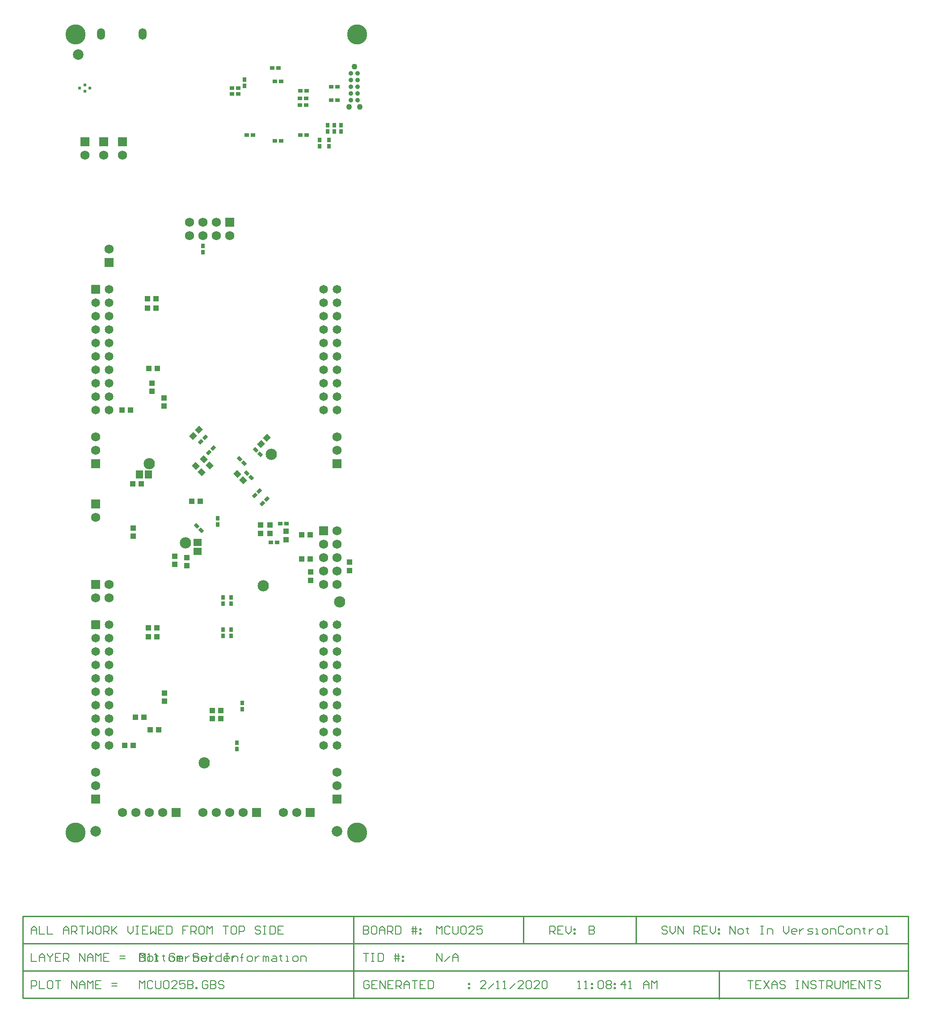
<source format=gbs>
G04*
G04 #@! TF.GenerationSoftware,Altium Limited,Altium Designer,18.1.9 (240)*
G04*
G04 Layer_Color=16711935*
%FSAX25Y25*%
%MOIN*%
G70*
G01*
G75*
%ADD11C,0.01000*%
%ADD18C,0.00800*%
%ADD76R,0.03550X0.02762*%
%ADD79R,0.02762X0.03550*%
%ADD86C,0.07874*%
%ADD96R,0.04140X0.04337*%
%ADD97R,0.04337X0.04140*%
G04:AMPARAMS|DCode=109|XSize=68.96mil|YSize=68.96mil|CornerRadius=3.95mil|HoleSize=0mil|Usage=FLASHONLY|Rotation=270.000|XOffset=0mil|YOffset=0mil|HoleType=Round|Shape=RoundedRectangle|*
%AMROUNDEDRECTD109*
21,1,0.06896,0.06106,0,0,270.0*
21,1,0.06106,0.06896,0,0,270.0*
1,1,0.00790,-0.03053,-0.03053*
1,1,0.00790,-0.03053,0.03053*
1,1,0.00790,0.03053,0.03053*
1,1,0.00790,0.03053,-0.03053*
%
%ADD109ROUNDEDRECTD109*%
%ADD110C,0.06896*%
%ADD111C,0.08400*%
%ADD112R,0.06896X0.06896*%
G04:AMPARAMS|DCode=113|XSize=68.96mil|YSize=68.96mil|CornerRadius=3.95mil|HoleSize=0mil|Usage=FLASHONLY|Rotation=180.000|XOffset=0mil|YOffset=0mil|HoleType=Round|Shape=RoundedRectangle|*
%AMROUNDEDRECTD113*
21,1,0.06896,0.06106,0,0,180.0*
21,1,0.06106,0.06896,0,0,180.0*
1,1,0.00790,-0.03053,0.03053*
1,1,0.00790,0.03053,0.03053*
1,1,0.00790,0.03053,-0.03053*
1,1,0.00790,-0.03053,-0.03053*
%
%ADD113ROUNDEDRECTD113*%
%ADD114R,0.06896X0.06896*%
%ADD115C,0.06502*%
G04:AMPARAMS|DCode=116|XSize=65.02mil|YSize=65.02mil|CornerRadius=3.83mil|HoleSize=0mil|Usage=FLASHONLY|Rotation=270.000|XOffset=0mil|YOffset=0mil|HoleType=Round|Shape=RoundedRectangle|*
%AMROUNDEDRECTD116*
21,1,0.06502,0.05736,0,0,270.0*
21,1,0.05736,0.06502,0,0,270.0*
1,1,0.00766,-0.02868,-0.02868*
1,1,0.00766,-0.02868,0.02868*
1,1,0.00766,0.02868,0.02868*
1,1,0.00766,0.02868,-0.02868*
%
%ADD116ROUNDEDRECTD116*%
%ADD117C,0.04300*%
G04:AMPARAMS|DCode=118|XSize=86.68mil|YSize=59.12mil|CornerRadius=29.56mil|HoleSize=0mil|Usage=FLASHONLY|Rotation=270.000|XOffset=0mil|YOffset=0mil|HoleType=Round|Shape=RoundedRectangle|*
%AMROUNDEDRECTD118*
21,1,0.08668,0.00000,0,0,270.0*
21,1,0.02756,0.05912,0,0,270.0*
1,1,0.05912,0.00000,-0.01378*
1,1,0.05912,0.00000,0.01378*
1,1,0.05912,0.00000,0.01378*
1,1,0.05912,0.00000,-0.01378*
%
%ADD118ROUNDEDRECTD118*%
%ADD119C,0.15000*%
%ADD120C,0.02368*%
%ADD147R,0.05518X0.06306*%
G04:AMPARAMS|DCode=148|XSize=41.4mil|YSize=43.37mil|CornerRadius=0mil|HoleSize=0mil|Usage=FLASHONLY|Rotation=135.000|XOffset=0mil|YOffset=0mil|HoleType=Round|Shape=Rectangle|*
%AMROTATEDRECTD148*
4,1,4,0.02997,0.00070,-0.00070,-0.02997,-0.02997,-0.00070,0.00070,0.02997,0.02997,0.00070,0.0*
%
%ADD148ROTATEDRECTD148*%

G04:AMPARAMS|DCode=149|XSize=27.62mil|YSize=35.5mil|CornerRadius=0mil|HoleSize=0mil|Usage=FLASHONLY|Rotation=225.000|XOffset=0mil|YOffset=0mil|HoleType=Round|Shape=Rectangle|*
%AMROTATEDRECTD149*
4,1,4,-0.00278,0.02232,0.02232,-0.00278,0.00278,-0.02232,-0.02232,0.00278,-0.00278,0.02232,0.0*
%
%ADD149ROTATEDRECTD149*%

G04:AMPARAMS|DCode=150|XSize=27.62mil|YSize=35.5mil|CornerRadius=0mil|HoleSize=0mil|Usage=FLASHONLY|Rotation=315.000|XOffset=0mil|YOffset=0mil|HoleType=Round|Shape=Rectangle|*
%AMROTATEDRECTD150*
4,1,4,-0.02232,-0.00278,0.00278,0.02232,0.02232,0.00278,-0.00278,-0.02232,-0.02232,-0.00278,0.0*
%
%ADD150ROTATEDRECTD150*%

G04:AMPARAMS|DCode=151|XSize=41.4mil|YSize=43.37mil|CornerRadius=0mil|HoleSize=0mil|Usage=FLASHONLY|Rotation=225.000|XOffset=0mil|YOffset=0mil|HoleType=Round|Shape=Rectangle|*
%AMROTATEDRECTD151*
4,1,4,-0.00070,0.02997,0.02997,-0.00070,0.00070,-0.02997,-0.02997,0.00070,-0.00070,0.02997,0.0*
%
%ADD151ROTATEDRECTD151*%

%ADD152C,0.03500*%
%ADD153R,0.06306X0.05518*%
G54D11*
X0559400Y0039400D02*
Y0059683D01*
X0440500Y0040050D02*
X0700200D01*
Y0101050D01*
X0286500Y0040050D02*
Y0101050D01*
X0040000Y0040050D02*
Y0101050D01*
X0040050Y0040050D02*
X0197600D01*
X0040050D02*
Y0101050D01*
X0700200D01*
X0040000Y0040050D02*
X0440500D01*
X0040000Y0060383D02*
X0700000D01*
X0040000Y0080717D02*
X0700200D01*
X0413200D02*
Y0101050D01*
X0497200Y0080717D02*
Y0101050D01*
G54D18*
X0126900Y0073549D02*
Y0067551D01*
X0129899D01*
X0130899Y0068550D01*
Y0069550D01*
X0129899Y0070550D01*
X0126900D01*
X0129899D01*
X0130899Y0071549D01*
Y0072549D01*
X0129899Y0073549D01*
X0126900D01*
X0133898Y0067551D02*
X0135897D01*
X0136897Y0068550D01*
Y0070550D01*
X0135897Y0071549D01*
X0133898D01*
X0132898Y0070550D01*
Y0068550D01*
X0133898Y0067551D01*
X0139896Y0072549D02*
Y0071549D01*
X0138896D01*
X0140895D01*
X0139896D01*
Y0068550D01*
X0140895Y0067551D01*
X0144894Y0072549D02*
Y0071549D01*
X0143895D01*
X0145894D01*
X0144894D01*
Y0068550D01*
X0145894Y0067551D01*
X0149893D02*
X0151892D01*
X0152892Y0068550D01*
Y0070550D01*
X0151892Y0071549D01*
X0149893D01*
X0148893Y0070550D01*
Y0068550D01*
X0149893Y0067551D01*
X0154891D02*
Y0071549D01*
X0155891D01*
X0156890Y0070550D01*
Y0067551D01*
Y0070550D01*
X0157890Y0071549D01*
X0158890Y0070550D01*
Y0067551D01*
X0170886Y0072549D02*
X0169886Y0073549D01*
X0167887D01*
X0166887Y0072549D01*
Y0071549D01*
X0167887Y0070550D01*
X0169886D01*
X0170886Y0069550D01*
Y0068550D01*
X0169886Y0067551D01*
X0167887D01*
X0166887Y0068550D01*
X0173885Y0067551D02*
X0175884D01*
X0176884Y0068550D01*
Y0070550D01*
X0175884Y0071549D01*
X0173885D01*
X0172885Y0070550D01*
Y0068550D01*
X0173885Y0067551D01*
X0178883D02*
X0180883D01*
X0179883D01*
Y0073549D01*
X0178883D01*
X0187880D02*
Y0067551D01*
X0184881D01*
X0183882Y0068550D01*
Y0070550D01*
X0184881Y0071549D01*
X0187880D01*
X0192879Y0067551D02*
X0190879D01*
X0189880Y0068550D01*
Y0070550D01*
X0190879Y0071549D01*
X0192879D01*
X0193878Y0070550D01*
Y0069550D01*
X0189880D01*
X0195878Y0071549D02*
Y0067551D01*
Y0069550D01*
X0196877Y0070550D01*
X0197877Y0071549D01*
X0198877D01*
X0127200Y0067400D02*
Y0073398D01*
X0129199Y0071399D01*
X0131199Y0073398D01*
Y0067400D01*
X0133198D02*
X0135197D01*
X0134198D01*
Y0073398D01*
X0133198Y0072398D01*
X0138196Y0067400D02*
X0140196D01*
X0139196D01*
Y0073398D01*
X0138196Y0072398D01*
X0153192D02*
X0152192Y0073398D01*
X0150193D01*
X0149193Y0072398D01*
Y0068400D01*
X0150193Y0067400D01*
X0152192D01*
X0153192Y0068400D01*
Y0070399D01*
X0151192D01*
X0158190Y0067400D02*
X0156191D01*
X0155191Y0068400D01*
Y0070399D01*
X0156191Y0071399D01*
X0158190D01*
X0159190Y0070399D01*
Y0069399D01*
X0155191D01*
X0161189Y0071399D02*
Y0067400D01*
Y0069399D01*
X0162189Y0070399D01*
X0163188Y0071399D01*
X0164188D01*
X0167187Y0073398D02*
Y0067400D01*
X0170186D01*
X0171186Y0068400D01*
Y0069399D01*
Y0070399D01*
X0170186Y0071399D01*
X0167187D01*
X0176184Y0067400D02*
X0174185D01*
X0173185Y0068400D01*
Y0070399D01*
X0174185Y0071399D01*
X0176184D01*
X0177184Y0070399D01*
Y0069399D01*
X0173185D01*
X0179183Y0071399D02*
Y0067400D01*
Y0069399D01*
X0180183Y0070399D01*
X0181183Y0071399D01*
X0182182D01*
X0191179Y0073398D02*
X0193179D01*
X0192179D01*
Y0067400D01*
X0191179D01*
X0193179D01*
X0196178D02*
Y0071399D01*
X0199177D01*
X0200176Y0070399D01*
Y0067400D01*
X0203175D02*
Y0072398D01*
Y0070399D01*
X0202176D01*
X0204175D01*
X0203175D01*
Y0072398D01*
X0204175Y0073398D01*
X0208174Y0067400D02*
X0210173D01*
X0211173Y0068400D01*
Y0070399D01*
X0210173Y0071399D01*
X0208174D01*
X0207174Y0070399D01*
Y0068400D01*
X0208174Y0067400D01*
X0213172Y0071399D02*
Y0067400D01*
Y0069399D01*
X0214172Y0070399D01*
X0215172Y0071399D01*
X0216171D01*
X0219170Y0067400D02*
Y0071399D01*
X0220170D01*
X0221170Y0070399D01*
Y0067400D01*
Y0070399D01*
X0222169Y0071399D01*
X0223169Y0070399D01*
Y0067400D01*
X0226168Y0071399D02*
X0228167D01*
X0229167Y0070399D01*
Y0067400D01*
X0226168D01*
X0225168Y0068400D01*
X0226168Y0069399D01*
X0229167D01*
X0232166Y0072398D02*
Y0071399D01*
X0231166D01*
X0233166D01*
X0232166D01*
Y0068400D01*
X0233166Y0067400D01*
X0236165D02*
X0238164D01*
X0237164D01*
Y0071399D01*
X0236165D01*
X0242163Y0067400D02*
X0244162D01*
X0245162Y0068400D01*
Y0070399D01*
X0244162Y0071399D01*
X0242163D01*
X0241163Y0070399D01*
Y0068400D01*
X0242163Y0067400D01*
X0247161D02*
Y0071399D01*
X0250160D01*
X0251160Y0070399D01*
Y0067400D01*
X0348550Y0067500D02*
Y0073498D01*
X0352549Y0067500D01*
Y0073498D01*
X0354548Y0067500D02*
X0358547Y0071499D01*
X0360546Y0067500D02*
Y0071499D01*
X0362545Y0073498D01*
X0364545Y0071499D01*
Y0067500D01*
Y0070499D01*
X0360546D01*
X0294000Y0073498D02*
X0297999D01*
X0295999D01*
Y0067500D01*
X0299998Y0073498D02*
X0301997D01*
X0300998D01*
Y0067500D01*
X0299998D01*
X0301997D01*
X0304996Y0073498D02*
Y0067500D01*
X0307996D01*
X0308995Y0068500D01*
Y0072498D01*
X0307996Y0073498D01*
X0304996D01*
X0317992Y0067500D02*
Y0073498D01*
X0319992D02*
Y0067500D01*
X0316993Y0071499D02*
X0319992D01*
X0320991D01*
X0316993Y0069499D02*
X0320991D01*
X0322991Y0071499D02*
X0323990D01*
Y0070499D01*
X0322991D01*
Y0071499D01*
Y0068500D02*
X0323990D01*
Y0067500D01*
X0322991D01*
Y0068500D01*
X0580500Y0052965D02*
X0584499D01*
X0582499D01*
Y0046966D01*
X0590497Y0052965D02*
X0586498D01*
Y0046966D01*
X0590497D01*
X0586498Y0049966D02*
X0588497D01*
X0592496Y0052965D02*
X0596495Y0046966D01*
Y0052965D02*
X0592496Y0046966D01*
X0598494D02*
Y0050965D01*
X0600493Y0052965D01*
X0602493Y0050965D01*
Y0046966D01*
Y0049966D01*
X0598494D01*
X0608491Y0051965D02*
X0607491Y0052965D01*
X0605492D01*
X0604492Y0051965D01*
Y0050965D01*
X0605492Y0049966D01*
X0607491D01*
X0608491Y0048966D01*
Y0047966D01*
X0607491Y0046966D01*
X0605492D01*
X0604492Y0047966D01*
X0616488Y0052965D02*
X0618488D01*
X0617488D01*
Y0046966D01*
X0616488D01*
X0618488D01*
X0621487D02*
Y0052965D01*
X0625486Y0046966D01*
Y0052965D01*
X0631484Y0051965D02*
X0630484Y0052965D01*
X0628484D01*
X0627485Y0051965D01*
Y0050965D01*
X0628484Y0049966D01*
X0630484D01*
X0631484Y0048966D01*
Y0047966D01*
X0630484Y0046966D01*
X0628484D01*
X0627485Y0047966D01*
X0633483Y0052965D02*
X0637482D01*
X0635482D01*
Y0046966D01*
X0639481D02*
Y0052965D01*
X0642480D01*
X0643480Y0051965D01*
Y0049966D01*
X0642480Y0048966D01*
X0639481D01*
X0641480D02*
X0643480Y0046966D01*
X0645479Y0052965D02*
Y0047966D01*
X0646479Y0046966D01*
X0648478D01*
X0649478Y0047966D01*
Y0052965D01*
X0651477Y0046966D02*
Y0052965D01*
X0653476Y0050965D01*
X0655476Y0052965D01*
Y0046966D01*
X0661474Y0052965D02*
X0657475D01*
Y0046966D01*
X0661474D01*
X0657475Y0049966D02*
X0659474D01*
X0663473Y0046966D02*
Y0052965D01*
X0667472Y0046966D01*
Y0052965D01*
X0669471D02*
X0673470D01*
X0671471D01*
Y0046966D01*
X0679468Y0051965D02*
X0678468Y0052965D01*
X0676469D01*
X0675469Y0051965D01*
Y0050965D01*
X0676469Y0049966D01*
X0678468D01*
X0679468Y0048966D01*
Y0047966D01*
X0678468Y0046966D01*
X0676469D01*
X0675469Y0047966D01*
X0454050Y0046966D02*
X0456049D01*
X0455050D01*
Y0052965D01*
X0454050Y0051965D01*
X0459048Y0046966D02*
X0461048D01*
X0460048D01*
Y0052965D01*
X0459048Y0051965D01*
X0464047Y0050965D02*
X0465046D01*
Y0049966D01*
X0464047D01*
Y0050965D01*
Y0047966D02*
X0465046D01*
Y0046966D01*
X0464047D01*
Y0047966D01*
X0469045Y0051965D02*
X0470045Y0052965D01*
X0472044D01*
X0473044Y0051965D01*
Y0047966D01*
X0472044Y0046966D01*
X0470045D01*
X0469045Y0047966D01*
Y0051965D01*
X0475043D02*
X0476043Y0052965D01*
X0478042D01*
X0479042Y0051965D01*
Y0050965D01*
X0478042Y0049966D01*
X0479042Y0048966D01*
Y0047966D01*
X0478042Y0046966D01*
X0476043D01*
X0475043Y0047966D01*
Y0048966D01*
X0476043Y0049966D01*
X0475043Y0050965D01*
Y0051965D01*
X0476043Y0049966D02*
X0478042D01*
X0481041Y0050965D02*
X0482041D01*
Y0049966D01*
X0481041D01*
Y0050965D01*
Y0047966D02*
X0482041D01*
Y0046966D01*
X0481041D01*
Y0047966D01*
X0489039Y0046966D02*
Y0052965D01*
X0486040Y0049966D01*
X0490038D01*
X0492038Y0046966D02*
X0494037D01*
X0493037D01*
Y0052965D01*
X0492038Y0051965D01*
X0503034Y0046966D02*
Y0050965D01*
X0505033Y0052965D01*
X0507033Y0050965D01*
Y0046966D01*
Y0049966D01*
X0503034D01*
X0509032Y0046966D02*
Y0052965D01*
X0511031Y0050965D01*
X0513031Y0052965D01*
Y0046966D01*
X0046350D02*
Y0052965D01*
X0049349D01*
X0050349Y0051965D01*
Y0049966D01*
X0049349Y0048966D01*
X0046350D01*
X0052348Y0052965D02*
Y0046966D01*
X0056347D01*
X0061345Y0052965D02*
X0059346D01*
X0058346Y0051965D01*
Y0047966D01*
X0059346Y0046966D01*
X0061345D01*
X0062345Y0047966D01*
Y0051965D01*
X0061345Y0052965D01*
X0064344D02*
X0068343D01*
X0066343D01*
Y0046966D01*
X0076340D02*
Y0052965D01*
X0080339Y0046966D01*
Y0052965D01*
X0082338Y0046966D02*
Y0050965D01*
X0084338Y0052965D01*
X0086337Y0050965D01*
Y0046966D01*
Y0049966D01*
X0082338D01*
X0088336Y0046966D02*
Y0052965D01*
X0090336Y0050965D01*
X0092335Y0052965D01*
Y0046966D01*
X0098333Y0052965D02*
X0094335D01*
Y0046966D01*
X0098333D01*
X0094335Y0049966D02*
X0096334D01*
X0106331Y0048966D02*
X0110329D01*
X0106331Y0050965D02*
X0110329D01*
X0046350Y0073549D02*
Y0067551D01*
X0050349D01*
X0052348D02*
Y0071549D01*
X0054347Y0073549D01*
X0056347Y0071549D01*
Y0067551D01*
Y0070550D01*
X0052348D01*
X0058346Y0073549D02*
Y0072549D01*
X0060346Y0070550D01*
X0062345Y0072549D01*
Y0073549D01*
X0060346Y0070550D02*
Y0067551D01*
X0068343Y0073549D02*
X0064344D01*
Y0067551D01*
X0068343D01*
X0064344Y0070550D02*
X0066343D01*
X0070342Y0067551D02*
Y0073549D01*
X0073341D01*
X0074341Y0072549D01*
Y0070550D01*
X0073341Y0069550D01*
X0070342D01*
X0072342D02*
X0074341Y0067551D01*
X0082338D02*
Y0073549D01*
X0086337Y0067551D01*
Y0073549D01*
X0088336Y0067551D02*
Y0071549D01*
X0090336Y0073549D01*
X0092335Y0071549D01*
Y0067551D01*
Y0070550D01*
X0088336D01*
X0094335Y0067551D02*
Y0073549D01*
X0096334Y0071549D01*
X0098333Y0073549D01*
Y0067551D01*
X0104331Y0073549D02*
X0100332D01*
Y0067551D01*
X0104331D01*
X0100332Y0070550D02*
X0102332D01*
X0112329Y0069550D02*
X0116327D01*
X0112329Y0071549D02*
X0116327D01*
X0294000Y0093831D02*
Y0087833D01*
X0296999D01*
X0297999Y0088833D01*
Y0089833D01*
X0296999Y0090832D01*
X0294000D01*
X0296999D01*
X0297999Y0091832D01*
Y0092832D01*
X0296999Y0093831D01*
X0294000D01*
X0302997D02*
X0300998D01*
X0299998Y0092832D01*
Y0088833D01*
X0300998Y0087833D01*
X0302997D01*
X0303997Y0088833D01*
Y0092832D01*
X0302997Y0093831D01*
X0305996Y0087833D02*
Y0091832D01*
X0307996Y0093831D01*
X0309995Y0091832D01*
Y0087833D01*
Y0090832D01*
X0305996D01*
X0311994Y0087833D02*
Y0093831D01*
X0314993D01*
X0315993Y0092832D01*
Y0090832D01*
X0314993Y0089833D01*
X0311994D01*
X0313994D02*
X0315993Y0087833D01*
X0317992Y0093831D02*
Y0087833D01*
X0320991D01*
X0321991Y0088833D01*
Y0092832D01*
X0320991Y0093831D01*
X0317992D01*
X0330988Y0087833D02*
Y0093831D01*
X0332987D02*
Y0087833D01*
X0329988Y0091832D02*
X0332987D01*
X0333987D01*
X0329988Y0089833D02*
X0333987D01*
X0335986Y0091832D02*
X0336986D01*
Y0090832D01*
X0335986D01*
Y0091832D01*
Y0088833D02*
X0336986D01*
Y0087833D01*
X0335986D01*
Y0088833D01*
X0348550Y0087833D02*
Y0093831D01*
X0350549Y0091832D01*
X0352549Y0093831D01*
Y0087833D01*
X0358547Y0092832D02*
X0357547Y0093831D01*
X0355548D01*
X0354548Y0092832D01*
Y0088833D01*
X0355548Y0087833D01*
X0357547D01*
X0358547Y0088833D01*
X0360546Y0093831D02*
Y0088833D01*
X0361546Y0087833D01*
X0363545D01*
X0364545Y0088833D01*
Y0093831D01*
X0366544Y0092832D02*
X0367544Y0093831D01*
X0369543D01*
X0370543Y0092832D01*
Y0088833D01*
X0369543Y0087833D01*
X0367544D01*
X0366544Y0088833D01*
Y0092832D01*
X0376541Y0087833D02*
X0372542D01*
X0376541Y0091832D01*
Y0092832D01*
X0375541Y0093831D01*
X0373542D01*
X0372542Y0092832D01*
X0382539Y0093831D02*
X0378540D01*
Y0090832D01*
X0380540Y0091832D01*
X0381539D01*
X0382539Y0090832D01*
Y0088833D01*
X0381539Y0087833D01*
X0379540D01*
X0378540Y0088833D01*
X0462150Y0093831D02*
Y0087833D01*
X0465149D01*
X0466149Y0088833D01*
Y0089833D01*
X0465149Y0090832D01*
X0462150D01*
X0465149D01*
X0466149Y0091832D01*
Y0092832D01*
X0465149Y0093831D01*
X0462150D01*
X0046350Y0087833D02*
Y0091832D01*
X0048349Y0093831D01*
X0050349Y0091832D01*
Y0087833D01*
Y0090832D01*
X0046350D01*
X0052348Y0093831D02*
Y0087833D01*
X0056347D01*
X0058346Y0093831D02*
Y0087833D01*
X0062345D01*
X0070342D02*
Y0091832D01*
X0072342Y0093831D01*
X0074341Y0091832D01*
Y0087833D01*
Y0090832D01*
X0070342D01*
X0076340Y0087833D02*
Y0093831D01*
X0079339D01*
X0080339Y0092832D01*
Y0090832D01*
X0079339Y0089833D01*
X0076340D01*
X0078340D02*
X0080339Y0087833D01*
X0082338Y0093831D02*
X0086337D01*
X0084338D01*
Y0087833D01*
X0088336Y0093831D02*
Y0087833D01*
X0090336Y0089833D01*
X0092335Y0087833D01*
Y0093831D01*
X0097334D02*
X0095334D01*
X0094335Y0092832D01*
Y0088833D01*
X0095334Y0087833D01*
X0097334D01*
X0098333Y0088833D01*
Y0092832D01*
X0097334Y0093831D01*
X0100332Y0087833D02*
Y0093831D01*
X0103332D01*
X0104331Y0092832D01*
Y0090832D01*
X0103332Y0089833D01*
X0100332D01*
X0102332D02*
X0104331Y0087833D01*
X0106331Y0093831D02*
Y0087833D01*
Y0089833D01*
X0110329Y0093831D01*
X0107330Y0090832D01*
X0110329Y0087833D01*
X0118327Y0093831D02*
Y0089833D01*
X0120326Y0087833D01*
X0122325Y0089833D01*
Y0093831D01*
X0124325D02*
X0126324D01*
X0125324D01*
Y0087833D01*
X0124325D01*
X0126324D01*
X0133322Y0093831D02*
X0129323D01*
Y0087833D01*
X0133322D01*
X0129323Y0090832D02*
X0131323D01*
X0135321Y0093831D02*
Y0087833D01*
X0137321Y0089833D01*
X0139320Y0087833D01*
Y0093831D01*
X0145318D02*
X0141319D01*
Y0087833D01*
X0145318D01*
X0141319Y0090832D02*
X0143319D01*
X0147317Y0093831D02*
Y0087833D01*
X0150316D01*
X0151316Y0088833D01*
Y0092832D01*
X0150316Y0093831D01*
X0147317D01*
X0163312D02*
X0159313D01*
Y0090832D01*
X0161313D01*
X0159313D01*
Y0087833D01*
X0165312D02*
Y0093831D01*
X0168310D01*
X0169310Y0092832D01*
Y0090832D01*
X0168310Y0089833D01*
X0165312D01*
X0167311D02*
X0169310Y0087833D01*
X0174309Y0093831D02*
X0172309D01*
X0171310Y0092832D01*
Y0088833D01*
X0172309Y0087833D01*
X0174309D01*
X0175308Y0088833D01*
Y0092832D01*
X0174309Y0093831D01*
X0177308Y0087833D02*
Y0093831D01*
X0179307Y0091832D01*
X0181306Y0093831D01*
Y0087833D01*
X0189304Y0093831D02*
X0193303D01*
X0191303D01*
Y0087833D01*
X0198301Y0093831D02*
X0196301D01*
X0195302Y0092832D01*
Y0088833D01*
X0196301Y0087833D01*
X0198301D01*
X0199301Y0088833D01*
Y0092832D01*
X0198301Y0093831D01*
X0201300Y0087833D02*
Y0093831D01*
X0204299D01*
X0205299Y0092832D01*
Y0090832D01*
X0204299Y0089833D01*
X0201300D01*
X0217295Y0092832D02*
X0216295Y0093831D01*
X0214296D01*
X0213296Y0092832D01*
Y0091832D01*
X0214296Y0090832D01*
X0216295D01*
X0217295Y0089833D01*
Y0088833D01*
X0216295Y0087833D01*
X0214296D01*
X0213296Y0088833D01*
X0219294Y0093831D02*
X0221293D01*
X0220294D01*
Y0087833D01*
X0219294D01*
X0221293D01*
X0224292Y0093831D02*
Y0087833D01*
X0227291D01*
X0228291Y0088833D01*
Y0092832D01*
X0227291Y0093831D01*
X0224292D01*
X0234289D02*
X0230291D01*
Y0087833D01*
X0234289D01*
X0230291Y0090832D02*
X0232290D01*
X0298199Y0051965D02*
X0297199Y0052965D01*
X0295200D01*
X0294200Y0051965D01*
Y0047966D01*
X0295200Y0046966D01*
X0297199D01*
X0298199Y0047966D01*
Y0049966D01*
X0296199D01*
X0304197Y0052965D02*
X0300198D01*
Y0046966D01*
X0304197D01*
X0300198Y0049966D02*
X0302197D01*
X0306196Y0046966D02*
Y0052965D01*
X0310195Y0046966D01*
Y0052965D01*
X0316193D02*
X0312194D01*
Y0046966D01*
X0316193D01*
X0312194Y0049966D02*
X0314194D01*
X0318192Y0046966D02*
Y0052965D01*
X0321191D01*
X0322191Y0051965D01*
Y0049966D01*
X0321191Y0048966D01*
X0318192D01*
X0320192D02*
X0322191Y0046966D01*
X0324190D02*
Y0050965D01*
X0326190Y0052965D01*
X0328189Y0050965D01*
Y0046966D01*
Y0049966D01*
X0324190D01*
X0330188Y0052965D02*
X0334187D01*
X0332188D01*
Y0046966D01*
X0340185Y0052965D02*
X0336186D01*
Y0046966D01*
X0340185D01*
X0336186Y0049966D02*
X0338186D01*
X0342184Y0052965D02*
Y0046966D01*
X0345183D01*
X0346183Y0047966D01*
Y0051965D01*
X0345183Y0052965D01*
X0342184D01*
X0372175Y0050965D02*
X0373175D01*
Y0049966D01*
X0372175D01*
Y0050965D01*
Y0047966D02*
X0373175D01*
Y0046966D01*
X0372175D01*
Y0047966D01*
X0385149Y0046966D02*
X0381150D01*
X0385149Y0050965D01*
Y0051965D01*
X0384149Y0052965D01*
X0382150D01*
X0381150Y0051965D01*
X0387148Y0046966D02*
X0391147Y0050965D01*
X0393146Y0046966D02*
X0395146D01*
X0394146D01*
Y0052965D01*
X0393146Y0051965D01*
X0398145Y0046966D02*
X0400144D01*
X0399144D01*
Y0052965D01*
X0398145Y0051965D01*
X0403143Y0046966D02*
X0407142Y0050965D01*
X0413140Y0046966D02*
X0409141D01*
X0413140Y0050965D01*
Y0051965D01*
X0412140Y0052965D01*
X0410141D01*
X0409141Y0051965D01*
X0415139D02*
X0416139Y0052965D01*
X0418138D01*
X0419138Y0051965D01*
Y0047966D01*
X0418138Y0046966D01*
X0416139D01*
X0415139Y0047966D01*
Y0051965D01*
X0425136Y0046966D02*
X0421137D01*
X0425136Y0050965D01*
Y0051965D01*
X0424136Y0052965D01*
X0422137D01*
X0421137Y0051965D01*
X0427135D02*
X0428135Y0052965D01*
X0430134D01*
X0431134Y0051965D01*
Y0047966D01*
X0430134Y0046966D01*
X0428135D01*
X0427135Y0047966D01*
Y0051965D01*
X0126900Y0046966D02*
Y0052965D01*
X0128899Y0050965D01*
X0130899Y0052965D01*
Y0046966D01*
X0136897Y0051965D02*
X0135897Y0052965D01*
X0133898D01*
X0132898Y0051965D01*
Y0047966D01*
X0133898Y0046966D01*
X0135897D01*
X0136897Y0047966D01*
X0138896Y0052965D02*
Y0047966D01*
X0139896Y0046966D01*
X0141895D01*
X0142895Y0047966D01*
Y0052965D01*
X0144894Y0051965D02*
X0145894Y0052965D01*
X0147893D01*
X0148893Y0051965D01*
Y0047966D01*
X0147893Y0046966D01*
X0145894D01*
X0144894Y0047966D01*
Y0051965D01*
X0154891Y0046966D02*
X0150892D01*
X0154891Y0050965D01*
Y0051965D01*
X0153891Y0052965D01*
X0151892D01*
X0150892Y0051965D01*
X0160889Y0052965D02*
X0156890D01*
Y0049966D01*
X0158890Y0050965D01*
X0159889D01*
X0160889Y0049966D01*
Y0047966D01*
X0159889Y0046966D01*
X0157890D01*
X0156890Y0047966D01*
X0162888Y0052965D02*
Y0046966D01*
X0165887D01*
X0166887Y0047966D01*
Y0048966D01*
X0165887Y0049966D01*
X0162888D01*
X0165887D01*
X0166887Y0050965D01*
Y0051965D01*
X0165887Y0052965D01*
X0162888D01*
X0168886Y0046966D02*
Y0047966D01*
X0169886D01*
Y0046966D01*
X0168886D01*
X0177884Y0051965D02*
X0176884Y0052965D01*
X0174884D01*
X0173885Y0051965D01*
Y0047966D01*
X0174884Y0046966D01*
X0176884D01*
X0177884Y0047966D01*
Y0049966D01*
X0175884D01*
X0179883Y0052965D02*
Y0046966D01*
X0182882D01*
X0183882Y0047966D01*
Y0048966D01*
X0182882Y0049966D01*
X0179883D01*
X0182882D01*
X0183882Y0050965D01*
Y0051965D01*
X0182882Y0052965D01*
X0179883D01*
X0189880Y0051965D02*
X0188880Y0052965D01*
X0186881D01*
X0185881Y0051965D01*
Y0050965D01*
X0186881Y0049966D01*
X0188880D01*
X0189880Y0048966D01*
Y0047966D01*
X0188880Y0046966D01*
X0186881D01*
X0185881Y0047966D01*
X0433000Y0087833D02*
Y0093831D01*
X0435999D01*
X0436999Y0092832D01*
Y0090832D01*
X0435999Y0089833D01*
X0433000D01*
X0434999D02*
X0436999Y0087833D01*
X0442997Y0093831D02*
X0438998D01*
Y0087833D01*
X0442997D01*
X0438998Y0090832D02*
X0440997D01*
X0444996Y0093831D02*
Y0089833D01*
X0446995Y0087833D01*
X0448995Y0089833D01*
Y0093831D01*
X0450994Y0091832D02*
X0451994D01*
Y0090832D01*
X0450994D01*
Y0091832D01*
Y0088833D02*
X0451994D01*
Y0087833D01*
X0450994D01*
Y0088833D01*
X0520799Y0092832D02*
X0519799Y0093831D01*
X0517800D01*
X0516800Y0092832D01*
Y0091832D01*
X0517800Y0090832D01*
X0519799D01*
X0520799Y0089833D01*
Y0088833D01*
X0519799Y0087833D01*
X0517800D01*
X0516800Y0088833D01*
X0522798Y0093831D02*
Y0089833D01*
X0524797Y0087833D01*
X0526797Y0089833D01*
Y0093831D01*
X0528796Y0087833D02*
Y0093831D01*
X0532795Y0087833D01*
Y0093831D01*
X0540792Y0087833D02*
Y0093831D01*
X0543791D01*
X0544791Y0092832D01*
Y0090832D01*
X0543791Y0089833D01*
X0540792D01*
X0542792D02*
X0544791Y0087833D01*
X0550789Y0093831D02*
X0546790D01*
Y0087833D01*
X0550789D01*
X0546790Y0090832D02*
X0548790D01*
X0552788Y0093831D02*
Y0089833D01*
X0554788Y0087833D01*
X0556787Y0089833D01*
Y0093831D01*
X0558786Y0091832D02*
X0559786D01*
Y0090832D01*
X0558786D01*
Y0091832D01*
Y0088833D02*
X0559786D01*
Y0087833D01*
X0558786D01*
Y0088833D01*
X0567400Y0087833D02*
Y0093831D01*
X0571399Y0087833D01*
Y0093831D01*
X0574398Y0087833D02*
X0576397D01*
X0577397Y0088833D01*
Y0090832D01*
X0576397Y0091832D01*
X0574398D01*
X0573398Y0090832D01*
Y0088833D01*
X0574398Y0087833D01*
X0580396Y0092832D02*
Y0091832D01*
X0579396D01*
X0581395D01*
X0580396D01*
Y0088833D01*
X0581395Y0087833D01*
X0590393Y0093831D02*
X0592392D01*
X0591392D01*
Y0087833D01*
X0590393D01*
X0592392D01*
X0595391D02*
Y0091832D01*
X0598390D01*
X0599390Y0090832D01*
Y0087833D01*
X0607387Y0093831D02*
Y0089833D01*
X0609386Y0087833D01*
X0611386Y0089833D01*
Y0093831D01*
X0616384Y0087833D02*
X0614385D01*
X0613385Y0088833D01*
Y0090832D01*
X0614385Y0091832D01*
X0616384D01*
X0617384Y0090832D01*
Y0089833D01*
X0613385D01*
X0619383Y0091832D02*
Y0087833D01*
Y0089833D01*
X0620383Y0090832D01*
X0621383Y0091832D01*
X0622382D01*
X0625381Y0087833D02*
X0628380D01*
X0629380Y0088833D01*
X0628380Y0089833D01*
X0626381D01*
X0625381Y0090832D01*
X0626381Y0091832D01*
X0629380D01*
X0631379Y0087833D02*
X0633379D01*
X0632379D01*
Y0091832D01*
X0631379D01*
X0637377Y0087833D02*
X0639377D01*
X0640376Y0088833D01*
Y0090832D01*
X0639377Y0091832D01*
X0637377D01*
X0636378Y0090832D01*
Y0088833D01*
X0637377Y0087833D01*
X0642376D02*
Y0091832D01*
X0645375D01*
X0646374Y0090832D01*
Y0087833D01*
X0652373Y0092832D02*
X0651373Y0093831D01*
X0649373D01*
X0648374Y0092832D01*
Y0088833D01*
X0649373Y0087833D01*
X0651373D01*
X0652373Y0088833D01*
X0655372Y0087833D02*
X0657371D01*
X0658371Y0088833D01*
Y0090832D01*
X0657371Y0091832D01*
X0655372D01*
X0654372Y0090832D01*
Y0088833D01*
X0655372Y0087833D01*
X0660370D02*
Y0091832D01*
X0663369D01*
X0664369Y0090832D01*
Y0087833D01*
X0667368Y0092832D02*
Y0091832D01*
X0666368D01*
X0668367D01*
X0667368D01*
Y0088833D01*
X0668367Y0087833D01*
X0671366Y0091832D02*
Y0087833D01*
Y0089833D01*
X0672366Y0090832D01*
X0673366Y0091832D01*
X0674365D01*
X0678364Y0087833D02*
X0680364D01*
X0681363Y0088833D01*
Y0090832D01*
X0680364Y0091832D01*
X0678364D01*
X0677364Y0090832D01*
Y0088833D01*
X0678364Y0087833D01*
X0683362D02*
X0685362D01*
X0684362D01*
Y0093831D01*
X0683362D01*
G54D76*
X0246838Y0683400D02*
D03*
X0251562D02*
D03*
X0228038Y0679100D02*
D03*
X0232762D02*
D03*
X0211562Y0683400D02*
D03*
X0206838D02*
D03*
X0195838Y0718400D02*
D03*
X0200562D02*
D03*
X0195838Y0714200D02*
D03*
X0200562D02*
D03*
X0225838Y0733400D02*
D03*
X0230562D02*
D03*
X0232562Y0723400D02*
D03*
X0227838D02*
D03*
X0246638Y0710800D02*
D03*
X0251362D02*
D03*
X0246638Y0705800D02*
D03*
X0251362D02*
D03*
X0246938Y0716400D02*
D03*
X0251662D02*
D03*
X0269838Y0709400D02*
D03*
X0274562D02*
D03*
Y0719400D02*
D03*
X0269838D02*
D03*
X0229684Y0379693D02*
D03*
X0224959D02*
D03*
X0231959Y0393693D02*
D03*
X0236684D02*
D03*
G54D79*
X0272200Y0686038D02*
D03*
Y0690762D02*
D03*
X0277200Y0686038D02*
D03*
Y0690762D02*
D03*
X0267200D02*
D03*
Y0686038D02*
D03*
X0261200Y0675038D02*
D03*
Y0679762D02*
D03*
X0268200Y0675038D02*
D03*
Y0679762D02*
D03*
X0205200Y0724762D02*
D03*
Y0720038D02*
D03*
X0199600Y0230362D02*
D03*
Y0225638D02*
D03*
X0203600Y0255338D02*
D03*
Y0260062D02*
D03*
X0174200Y0596038D02*
D03*
Y0600762D02*
D03*
X0185200Y0397762D02*
D03*
Y0393038D02*
D03*
X0189200Y0310038D02*
D03*
Y0314762D02*
D03*
X0195200Y0310038D02*
D03*
Y0314762D02*
D03*
Y0334038D02*
D03*
Y0338762D02*
D03*
X0189200Y0334038D02*
D03*
Y0338762D02*
D03*
G54D86*
X0274200Y0164400D02*
D03*
X0094200D02*
D03*
X0081200Y0743400D02*
D03*
G54D96*
X0283700Y0365050D02*
D03*
Y0358750D02*
D03*
X0254600Y0357709D02*
D03*
Y0351410D02*
D03*
X0217321Y0386543D02*
D03*
Y0392843D02*
D03*
X0224321Y0386543D02*
D03*
Y0392843D02*
D03*
X0136200Y0492250D02*
D03*
Y0498550D02*
D03*
X0145700Y0267550D02*
D03*
Y0261250D02*
D03*
X0145200Y0481250D02*
D03*
Y0487550D02*
D03*
X0162200Y0362250D02*
D03*
Y0368550D02*
D03*
X0122200Y0384250D02*
D03*
Y0390550D02*
D03*
X0153200Y0363250D02*
D03*
Y0369550D02*
D03*
X0236392Y0381715D02*
D03*
Y0388014D02*
D03*
X0181200Y0254550D02*
D03*
Y0248250D02*
D03*
X0187800Y0254550D02*
D03*
Y0248250D02*
D03*
G54D97*
X0128350Y0423400D02*
D03*
X0122050D02*
D03*
X0172350Y0410400D02*
D03*
X0166050D02*
D03*
X0140350Y0509400D02*
D03*
X0134050D02*
D03*
X0135050Y0239900D02*
D03*
X0141350D02*
D03*
X0130350Y0249400D02*
D03*
X0124050D02*
D03*
X0122350Y0228400D02*
D03*
X0116050D02*
D03*
X0120350Y0478400D02*
D03*
X0114050D02*
D03*
X0248050Y0385400D02*
D03*
X0254350D02*
D03*
X0248050Y0367400D02*
D03*
X0254350D02*
D03*
X0133050Y0561400D02*
D03*
X0139350D02*
D03*
X0133550Y0309400D02*
D03*
X0139850D02*
D03*
X0133050Y0554400D02*
D03*
X0139350D02*
D03*
X0139850Y0315900D02*
D03*
X0133550D02*
D03*
G54D109*
X0264200Y0388400D02*
D03*
X0094200Y0348400D02*
D03*
G54D110*
X0274200Y0388400D02*
D03*
X0264200Y0378400D02*
D03*
X0274200D02*
D03*
X0264200Y0368400D02*
D03*
X0274200D02*
D03*
X0264200Y0358400D02*
D03*
X0274200D02*
D03*
X0264200Y0348400D02*
D03*
X0274200D02*
D03*
X0104200Y0338400D02*
D03*
X0094200D02*
D03*
X0104200Y0348400D02*
D03*
X0234200Y0178400D02*
D03*
X0244200D02*
D03*
X0174200D02*
D03*
X0184200D02*
D03*
X0194200D02*
D03*
X0204200D02*
D03*
X0114200D02*
D03*
X0124200D02*
D03*
X0134200D02*
D03*
X0144200D02*
D03*
X0094200Y0398400D02*
D03*
X0104200Y0598400D02*
D03*
X0114200Y0668400D02*
D03*
X0086200D02*
D03*
X0274200Y0458400D02*
D03*
Y0448400D02*
D03*
X0094200Y0458400D02*
D03*
Y0448400D02*
D03*
X0274200Y0208400D02*
D03*
Y0198400D02*
D03*
X0094200Y0208400D02*
D03*
Y0198400D02*
D03*
X0100200Y0668400D02*
D03*
X0164200Y0608400D02*
D03*
Y0618400D02*
D03*
X0174200Y0608400D02*
D03*
Y0618400D02*
D03*
X0184200Y0608400D02*
D03*
Y0618400D02*
D03*
X0194200Y0608400D02*
D03*
G54D111*
X0175200Y0215400D02*
D03*
X0161200Y0379400D02*
D03*
X0134200Y0438400D02*
D03*
X0225200Y0445400D02*
D03*
X0219200Y0347400D02*
D03*
X0276200Y0335400D02*
D03*
G54D112*
X0254200Y0178400D02*
D03*
G54D113*
X0214200Y0178500D02*
D03*
X0154200D02*
D03*
X0194200Y0618400D02*
D03*
G54D114*
X0094200Y0408400D02*
D03*
X0104200Y0588400D02*
D03*
X0114200Y0678400D02*
D03*
X0086200D02*
D03*
X0274200Y0438400D02*
D03*
X0094200D02*
D03*
X0274200Y0188400D02*
D03*
X0094200D02*
D03*
X0100200Y0678400D02*
D03*
G54D115*
X0104200Y0478400D02*
D03*
Y0488400D02*
D03*
Y0498400D02*
D03*
Y0508400D02*
D03*
Y0518400D02*
D03*
Y0528400D02*
D03*
Y0538400D02*
D03*
Y0548400D02*
D03*
Y0558400D02*
D03*
Y0568400D02*
D03*
X0094200Y0478400D02*
D03*
Y0488400D02*
D03*
Y0498400D02*
D03*
Y0508400D02*
D03*
Y0518400D02*
D03*
Y0528400D02*
D03*
Y0538400D02*
D03*
Y0548400D02*
D03*
Y0558400D02*
D03*
X0274200Y0478400D02*
D03*
Y0488400D02*
D03*
Y0498400D02*
D03*
Y0508400D02*
D03*
Y0518400D02*
D03*
Y0528400D02*
D03*
Y0538400D02*
D03*
Y0548400D02*
D03*
Y0558400D02*
D03*
Y0568400D02*
D03*
X0264200Y0478400D02*
D03*
Y0488400D02*
D03*
Y0498400D02*
D03*
Y0508400D02*
D03*
Y0518400D02*
D03*
Y0528400D02*
D03*
Y0538400D02*
D03*
Y0548400D02*
D03*
Y0558400D02*
D03*
Y0568400D02*
D03*
X0274200Y0318400D02*
D03*
X0264200D02*
D03*
X0274200Y0308400D02*
D03*
Y0288400D02*
D03*
Y0298400D02*
D03*
Y0278400D02*
D03*
Y0258400D02*
D03*
Y0268400D02*
D03*
Y0238400D02*
D03*
Y0228400D02*
D03*
X0264200Y0298400D02*
D03*
Y0308400D02*
D03*
Y0288400D02*
D03*
Y0268400D02*
D03*
Y0278400D02*
D03*
Y0258400D02*
D03*
X0274200Y0248400D02*
D03*
X0264200Y0238400D02*
D03*
Y0248400D02*
D03*
Y0228400D02*
D03*
X0104200Y0318400D02*
D03*
Y0288400D02*
D03*
Y0278400D02*
D03*
Y0308400D02*
D03*
Y0298400D02*
D03*
X0094200Y0308400D02*
D03*
Y0288400D02*
D03*
Y0278400D02*
D03*
Y0298400D02*
D03*
X0104200Y0268400D02*
D03*
Y0258400D02*
D03*
Y0248400D02*
D03*
Y0238400D02*
D03*
Y0228400D02*
D03*
X0094200Y0248400D02*
D03*
Y0238400D02*
D03*
Y0268400D02*
D03*
Y0258400D02*
D03*
Y0228400D02*
D03*
G54D116*
Y0568400D02*
D03*
Y0318400D02*
D03*
G54D117*
X0291200Y0704400D02*
D03*
X0283200D02*
D03*
X0287200Y0734400D02*
D03*
G54D118*
X0098149Y0758691D02*
D03*
X0129251D02*
D03*
G54D119*
X0079200Y0758400D02*
D03*
X0289200D02*
D03*
X0079200Y0163400D02*
D03*
X0289200D02*
D03*
G54D120*
X0086200Y0720664D02*
D03*
Y0716136D02*
D03*
X0089940Y0718400D02*
D03*
X0082460D02*
D03*
G54D147*
X0133546Y0430400D02*
D03*
X0126854D02*
D03*
G54D148*
X0221927Y0457627D02*
D03*
X0217473Y0453173D02*
D03*
X0166973Y0459173D02*
D03*
X0171427Y0463627D02*
D03*
G54D149*
X0172870Y0388730D02*
D03*
X0169530Y0392070D02*
D03*
X0201530Y0442070D02*
D03*
X0204870Y0438730D02*
D03*
X0210370Y0428130D02*
D03*
X0207030Y0431470D02*
D03*
X0216870Y0445230D02*
D03*
X0213530Y0448570D02*
D03*
G54D150*
X0181870Y0450070D02*
D03*
X0178530Y0446730D02*
D03*
X0221870Y0412070D02*
D03*
X0218530Y0408730D02*
D03*
X0172530Y0454730D02*
D03*
X0175870Y0458070D02*
D03*
X0213030Y0414730D02*
D03*
X0216370Y0418070D02*
D03*
G54D151*
X0174973Y0441627D02*
D03*
X0179427Y0437173D02*
D03*
X0204427Y0426173D02*
D03*
X0199973Y0430627D02*
D03*
X0168973Y0436627D02*
D03*
X0173427Y0432173D02*
D03*
G54D152*
X0284700Y0729400D02*
D03*
Y0724400D02*
D03*
Y0719400D02*
D03*
Y0714400D02*
D03*
Y0709400D02*
D03*
X0289700D02*
D03*
Y0714400D02*
D03*
Y0719400D02*
D03*
Y0724400D02*
D03*
Y0729400D02*
D03*
G54D153*
X0170200Y0373054D02*
D03*
Y0379747D02*
D03*
M02*

</source>
